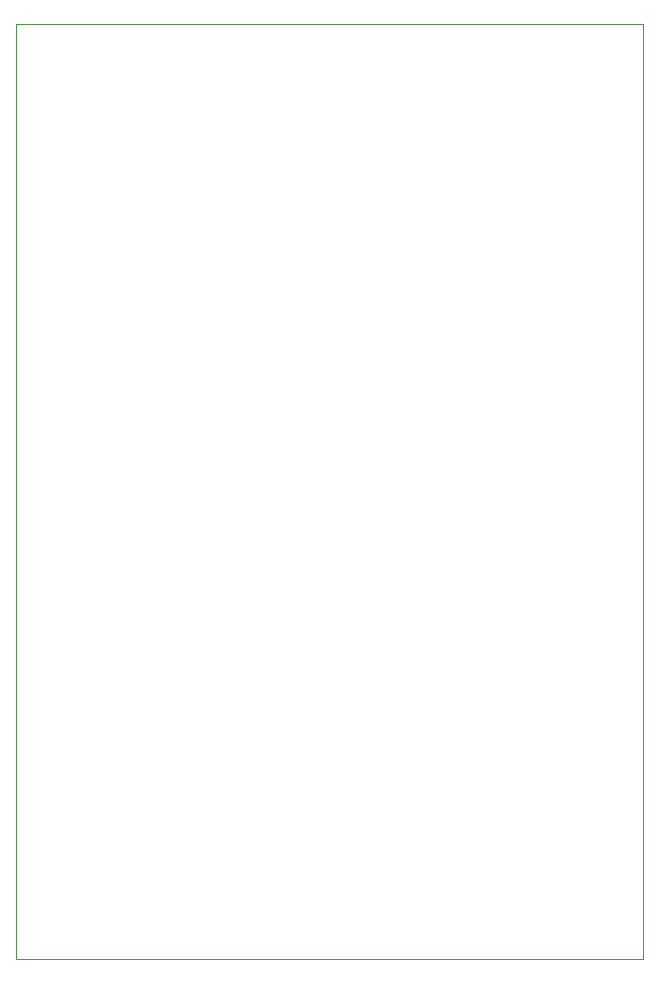
<source format=gbr>
%TF.GenerationSoftware,KiCad,Pcbnew,(6.0.8)*%
%TF.CreationDate,2023-07-04T13:31:15+01:00*%
%TF.ProjectId,DC_Divider_ATX_Unit,44435f44-6976-4696-9465-725f4154585f,rev?*%
%TF.SameCoordinates,Original*%
%TF.FileFunction,Profile,NP*%
%FSLAX46Y46*%
G04 Gerber Fmt 4.6, Leading zero omitted, Abs format (unit mm)*
G04 Created by KiCad (PCBNEW (6.0.8)) date 2023-07-04 13:31:15*
%MOMM*%
%LPD*%
G01*
G04 APERTURE LIST*
%TA.AperFunction,Profile*%
%ADD10C,0.100000*%
%TD*%
G04 APERTURE END LIST*
D10*
X105765600Y-84328000D02*
X158800800Y-84328000D01*
X158800800Y-84328000D02*
X158800800Y-163474400D01*
X158800800Y-163474400D02*
X105765600Y-163474400D01*
X105765600Y-163474400D02*
X105765600Y-84328000D01*
M02*

</source>
